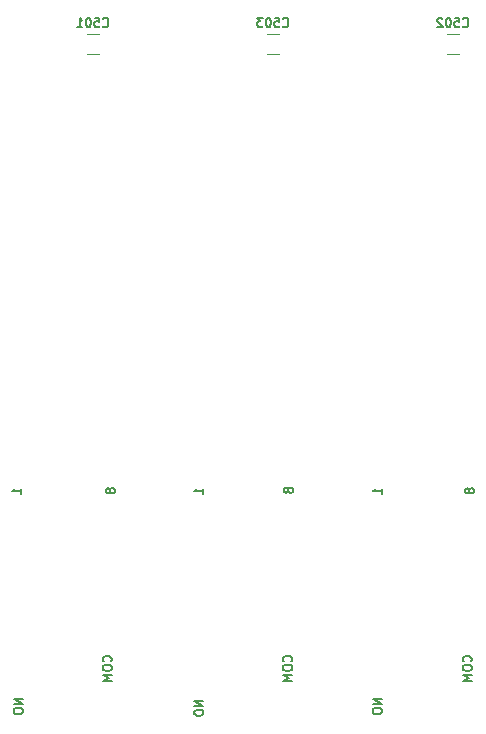
<source format=gbr>
G04 #@! TF.FileFunction,Legend,Bot*
%FSLAX46Y46*%
G04 Gerber Fmt 4.6, Leading zero omitted, Abs format (unit mm)*
G04 Created by KiCad (PCBNEW 4.0.0-rc1-stable) date 05/10/2017 19:38:19*
%MOMM*%
G01*
G04 APERTURE LIST*
%ADD10C,0.100000*%
%ADD11C,0.120000*%
%ADD12C,0.127000*%
G04 APERTURE END LIST*
D10*
D11*
X57640600Y-68644400D02*
X58640600Y-68644400D01*
X58640600Y-70344400D02*
X57640600Y-70344400D01*
X88120600Y-68644400D02*
X89120600Y-68644400D01*
X89120600Y-70344400D02*
X88120600Y-70344400D01*
X72880600Y-68644400D02*
X73880600Y-68644400D01*
X73880600Y-70344400D02*
X72880600Y-70344400D01*
D12*
X52194714Y-124983143D02*
X51432714Y-124983143D01*
X52194714Y-125418571D01*
X51432714Y-125418571D01*
X51432714Y-125926571D02*
X51432714Y-126071714D01*
X51469000Y-126144286D01*
X51541571Y-126216857D01*
X51686714Y-126253143D01*
X51940714Y-126253143D01*
X52085857Y-126216857D01*
X52158429Y-126144286D01*
X52194714Y-126071714D01*
X52194714Y-125926571D01*
X52158429Y-125854000D01*
X52085857Y-125781429D01*
X51940714Y-125745143D01*
X51686714Y-125745143D01*
X51541571Y-125781429D01*
X51469000Y-125854000D01*
X51432714Y-125926571D01*
X59672143Y-121801286D02*
X59708429Y-121765000D01*
X59744714Y-121656143D01*
X59744714Y-121583572D01*
X59708429Y-121474715D01*
X59635857Y-121402143D01*
X59563286Y-121365858D01*
X59418143Y-121329572D01*
X59309286Y-121329572D01*
X59164143Y-121365858D01*
X59091571Y-121402143D01*
X59019000Y-121474715D01*
X58982714Y-121583572D01*
X58982714Y-121656143D01*
X59019000Y-121765000D01*
X59055286Y-121801286D01*
X58982714Y-122273000D02*
X58982714Y-122418143D01*
X59019000Y-122490715D01*
X59091571Y-122563286D01*
X59236714Y-122599572D01*
X59490714Y-122599572D01*
X59635857Y-122563286D01*
X59708429Y-122490715D01*
X59744714Y-122418143D01*
X59744714Y-122273000D01*
X59708429Y-122200429D01*
X59635857Y-122127858D01*
X59490714Y-122091572D01*
X59236714Y-122091572D01*
X59091571Y-122127858D01*
X59019000Y-122200429D01*
X58982714Y-122273000D01*
X59744714Y-122926144D02*
X58982714Y-122926144D01*
X59527000Y-123180144D01*
X58982714Y-123434144D01*
X59744714Y-123434144D01*
X59559286Y-107277429D02*
X59523000Y-107204857D01*
X59486714Y-107168572D01*
X59414143Y-107132286D01*
X59377857Y-107132286D01*
X59305286Y-107168572D01*
X59269000Y-107204857D01*
X59232714Y-107277429D01*
X59232714Y-107422572D01*
X59269000Y-107495143D01*
X59305286Y-107531429D01*
X59377857Y-107567714D01*
X59414143Y-107567714D01*
X59486714Y-107531429D01*
X59523000Y-107495143D01*
X59559286Y-107422572D01*
X59559286Y-107277429D01*
X59595571Y-107204857D01*
X59631857Y-107168572D01*
X59704429Y-107132286D01*
X59849571Y-107132286D01*
X59922143Y-107168572D01*
X59958429Y-107204857D01*
X59994714Y-107277429D01*
X59994714Y-107422572D01*
X59958429Y-107495143D01*
X59922143Y-107531429D01*
X59849571Y-107567714D01*
X59704429Y-107567714D01*
X59631857Y-107531429D01*
X59595571Y-107495143D01*
X59559286Y-107422572D01*
X52094714Y-107617714D02*
X52094714Y-107182286D01*
X52094714Y-107400000D02*
X51332714Y-107400000D01*
X51441571Y-107327429D01*
X51514143Y-107254857D01*
X51550429Y-107182286D01*
X67494714Y-125133143D02*
X66732714Y-125133143D01*
X67494714Y-125568571D01*
X66732714Y-125568571D01*
X66732714Y-126076571D02*
X66732714Y-126221714D01*
X66769000Y-126294286D01*
X66841571Y-126366857D01*
X66986714Y-126403143D01*
X67240714Y-126403143D01*
X67385857Y-126366857D01*
X67458429Y-126294286D01*
X67494714Y-126221714D01*
X67494714Y-126076571D01*
X67458429Y-126004000D01*
X67385857Y-125931429D01*
X67240714Y-125895143D01*
X66986714Y-125895143D01*
X66841571Y-125931429D01*
X66769000Y-126004000D01*
X66732714Y-126076571D01*
X74932143Y-121801286D02*
X74968429Y-121765000D01*
X75004714Y-121656143D01*
X75004714Y-121583572D01*
X74968429Y-121474715D01*
X74895857Y-121402143D01*
X74823286Y-121365858D01*
X74678143Y-121329572D01*
X74569286Y-121329572D01*
X74424143Y-121365858D01*
X74351571Y-121402143D01*
X74279000Y-121474715D01*
X74242714Y-121583572D01*
X74242714Y-121656143D01*
X74279000Y-121765000D01*
X74315286Y-121801286D01*
X74242714Y-122273000D02*
X74242714Y-122418143D01*
X74279000Y-122490715D01*
X74351571Y-122563286D01*
X74496714Y-122599572D01*
X74750714Y-122599572D01*
X74895857Y-122563286D01*
X74968429Y-122490715D01*
X75004714Y-122418143D01*
X75004714Y-122273000D01*
X74968429Y-122200429D01*
X74895857Y-122127858D01*
X74750714Y-122091572D01*
X74496714Y-122091572D01*
X74351571Y-122127858D01*
X74279000Y-122200429D01*
X74242714Y-122273000D01*
X75004714Y-122926144D02*
X74242714Y-122926144D01*
X74787000Y-123180144D01*
X74242714Y-123434144D01*
X75004714Y-123434144D01*
X74659286Y-107227429D02*
X74623000Y-107154857D01*
X74586714Y-107118572D01*
X74514143Y-107082286D01*
X74477857Y-107082286D01*
X74405286Y-107118572D01*
X74369000Y-107154857D01*
X74332714Y-107227429D01*
X74332714Y-107372572D01*
X74369000Y-107445143D01*
X74405286Y-107481429D01*
X74477857Y-107517714D01*
X74514143Y-107517714D01*
X74586714Y-107481429D01*
X74623000Y-107445143D01*
X74659286Y-107372572D01*
X74659286Y-107227429D01*
X74695571Y-107154857D01*
X74731857Y-107118572D01*
X74804429Y-107082286D01*
X74949571Y-107082286D01*
X75022143Y-107118572D01*
X75058429Y-107154857D01*
X75094714Y-107227429D01*
X75094714Y-107372572D01*
X75058429Y-107445143D01*
X75022143Y-107481429D01*
X74949571Y-107517714D01*
X74804429Y-107517714D01*
X74731857Y-107481429D01*
X74695571Y-107445143D01*
X74659286Y-107372572D01*
X67494714Y-107617714D02*
X67494714Y-107182286D01*
X67494714Y-107400000D02*
X66732714Y-107400000D01*
X66841571Y-107327429D01*
X66914143Y-107254857D01*
X66950429Y-107182286D01*
X82594714Y-124983143D02*
X81832714Y-124983143D01*
X82594714Y-125418571D01*
X81832714Y-125418571D01*
X81832714Y-125926571D02*
X81832714Y-126071714D01*
X81869000Y-126144286D01*
X81941571Y-126216857D01*
X82086714Y-126253143D01*
X82340714Y-126253143D01*
X82485857Y-126216857D01*
X82558429Y-126144286D01*
X82594714Y-126071714D01*
X82594714Y-125926571D01*
X82558429Y-125854000D01*
X82485857Y-125781429D01*
X82340714Y-125745143D01*
X82086714Y-125745143D01*
X81941571Y-125781429D01*
X81869000Y-125854000D01*
X81832714Y-125926571D01*
X90152143Y-121801286D02*
X90188429Y-121765000D01*
X90224714Y-121656143D01*
X90224714Y-121583572D01*
X90188429Y-121474715D01*
X90115857Y-121402143D01*
X90043286Y-121365858D01*
X89898143Y-121329572D01*
X89789286Y-121329572D01*
X89644143Y-121365858D01*
X89571571Y-121402143D01*
X89499000Y-121474715D01*
X89462714Y-121583572D01*
X89462714Y-121656143D01*
X89499000Y-121765000D01*
X89535286Y-121801286D01*
X89462714Y-122273000D02*
X89462714Y-122418143D01*
X89499000Y-122490715D01*
X89571571Y-122563286D01*
X89716714Y-122599572D01*
X89970714Y-122599572D01*
X90115857Y-122563286D01*
X90188429Y-122490715D01*
X90224714Y-122418143D01*
X90224714Y-122273000D01*
X90188429Y-122200429D01*
X90115857Y-122127858D01*
X89970714Y-122091572D01*
X89716714Y-122091572D01*
X89571571Y-122127858D01*
X89499000Y-122200429D01*
X89462714Y-122273000D01*
X90224714Y-122926144D02*
X89462714Y-122926144D01*
X90007000Y-123180144D01*
X89462714Y-123434144D01*
X90224714Y-123434144D01*
X90009286Y-107277429D02*
X89973000Y-107204857D01*
X89936714Y-107168572D01*
X89864143Y-107132286D01*
X89827857Y-107132286D01*
X89755286Y-107168572D01*
X89719000Y-107204857D01*
X89682714Y-107277429D01*
X89682714Y-107422572D01*
X89719000Y-107495143D01*
X89755286Y-107531429D01*
X89827857Y-107567714D01*
X89864143Y-107567714D01*
X89936714Y-107531429D01*
X89973000Y-107495143D01*
X90009286Y-107422572D01*
X90009286Y-107277429D01*
X90045571Y-107204857D01*
X90081857Y-107168572D01*
X90154429Y-107132286D01*
X90299571Y-107132286D01*
X90372143Y-107168572D01*
X90408429Y-107204857D01*
X90444714Y-107277429D01*
X90444714Y-107422572D01*
X90408429Y-107495143D01*
X90372143Y-107531429D01*
X90299571Y-107567714D01*
X90154429Y-107567714D01*
X90081857Y-107531429D01*
X90045571Y-107495143D01*
X90009286Y-107422572D01*
X82594714Y-107617714D02*
X82594714Y-107182286D01*
X82594714Y-107400000D02*
X81832714Y-107400000D01*
X81941571Y-107327429D01*
X82014143Y-107254857D01*
X82050429Y-107182286D01*
X58993314Y-68016543D02*
X59029600Y-68052829D01*
X59138457Y-68089114D01*
X59211028Y-68089114D01*
X59319885Y-68052829D01*
X59392457Y-67980257D01*
X59428742Y-67907686D01*
X59465028Y-67762543D01*
X59465028Y-67653686D01*
X59428742Y-67508543D01*
X59392457Y-67435971D01*
X59319885Y-67363400D01*
X59211028Y-67327114D01*
X59138457Y-67327114D01*
X59029600Y-67363400D01*
X58993314Y-67399686D01*
X58303885Y-67327114D02*
X58666742Y-67327114D01*
X58703028Y-67689971D01*
X58666742Y-67653686D01*
X58594171Y-67617400D01*
X58412742Y-67617400D01*
X58340171Y-67653686D01*
X58303885Y-67689971D01*
X58267600Y-67762543D01*
X58267600Y-67943971D01*
X58303885Y-68016543D01*
X58340171Y-68052829D01*
X58412742Y-68089114D01*
X58594171Y-68089114D01*
X58666742Y-68052829D01*
X58703028Y-68016543D01*
X57795886Y-67327114D02*
X57723314Y-67327114D01*
X57650743Y-67363400D01*
X57614457Y-67399686D01*
X57578171Y-67472257D01*
X57541886Y-67617400D01*
X57541886Y-67798829D01*
X57578171Y-67943971D01*
X57614457Y-68016543D01*
X57650743Y-68052829D01*
X57723314Y-68089114D01*
X57795886Y-68089114D01*
X57868457Y-68052829D01*
X57904743Y-68016543D01*
X57941028Y-67943971D01*
X57977314Y-67798829D01*
X57977314Y-67617400D01*
X57941028Y-67472257D01*
X57904743Y-67399686D01*
X57868457Y-67363400D01*
X57795886Y-67327114D01*
X56816172Y-68089114D02*
X57251600Y-68089114D01*
X57033886Y-68089114D02*
X57033886Y-67327114D01*
X57106457Y-67435971D01*
X57179029Y-67508543D01*
X57251600Y-67544829D01*
X89473314Y-68016543D02*
X89509600Y-68052829D01*
X89618457Y-68089114D01*
X89691028Y-68089114D01*
X89799885Y-68052829D01*
X89872457Y-67980257D01*
X89908742Y-67907686D01*
X89945028Y-67762543D01*
X89945028Y-67653686D01*
X89908742Y-67508543D01*
X89872457Y-67435971D01*
X89799885Y-67363400D01*
X89691028Y-67327114D01*
X89618457Y-67327114D01*
X89509600Y-67363400D01*
X89473314Y-67399686D01*
X88783885Y-67327114D02*
X89146742Y-67327114D01*
X89183028Y-67689971D01*
X89146742Y-67653686D01*
X89074171Y-67617400D01*
X88892742Y-67617400D01*
X88820171Y-67653686D01*
X88783885Y-67689971D01*
X88747600Y-67762543D01*
X88747600Y-67943971D01*
X88783885Y-68016543D01*
X88820171Y-68052829D01*
X88892742Y-68089114D01*
X89074171Y-68089114D01*
X89146742Y-68052829D01*
X89183028Y-68016543D01*
X88275886Y-67327114D02*
X88203314Y-67327114D01*
X88130743Y-67363400D01*
X88094457Y-67399686D01*
X88058171Y-67472257D01*
X88021886Y-67617400D01*
X88021886Y-67798829D01*
X88058171Y-67943971D01*
X88094457Y-68016543D01*
X88130743Y-68052829D01*
X88203314Y-68089114D01*
X88275886Y-68089114D01*
X88348457Y-68052829D01*
X88384743Y-68016543D01*
X88421028Y-67943971D01*
X88457314Y-67798829D01*
X88457314Y-67617400D01*
X88421028Y-67472257D01*
X88384743Y-67399686D01*
X88348457Y-67363400D01*
X88275886Y-67327114D01*
X87731600Y-67399686D02*
X87695314Y-67363400D01*
X87622743Y-67327114D01*
X87441314Y-67327114D01*
X87368743Y-67363400D01*
X87332457Y-67399686D01*
X87296172Y-67472257D01*
X87296172Y-67544829D01*
X87332457Y-67653686D01*
X87767886Y-68089114D01*
X87296172Y-68089114D01*
X74233314Y-68016543D02*
X74269600Y-68052829D01*
X74378457Y-68089114D01*
X74451028Y-68089114D01*
X74559885Y-68052829D01*
X74632457Y-67980257D01*
X74668742Y-67907686D01*
X74705028Y-67762543D01*
X74705028Y-67653686D01*
X74668742Y-67508543D01*
X74632457Y-67435971D01*
X74559885Y-67363400D01*
X74451028Y-67327114D01*
X74378457Y-67327114D01*
X74269600Y-67363400D01*
X74233314Y-67399686D01*
X73543885Y-67327114D02*
X73906742Y-67327114D01*
X73943028Y-67689971D01*
X73906742Y-67653686D01*
X73834171Y-67617400D01*
X73652742Y-67617400D01*
X73580171Y-67653686D01*
X73543885Y-67689971D01*
X73507600Y-67762543D01*
X73507600Y-67943971D01*
X73543885Y-68016543D01*
X73580171Y-68052829D01*
X73652742Y-68089114D01*
X73834171Y-68089114D01*
X73906742Y-68052829D01*
X73943028Y-68016543D01*
X73035886Y-67327114D02*
X72963314Y-67327114D01*
X72890743Y-67363400D01*
X72854457Y-67399686D01*
X72818171Y-67472257D01*
X72781886Y-67617400D01*
X72781886Y-67798829D01*
X72818171Y-67943971D01*
X72854457Y-68016543D01*
X72890743Y-68052829D01*
X72963314Y-68089114D01*
X73035886Y-68089114D01*
X73108457Y-68052829D01*
X73144743Y-68016543D01*
X73181028Y-67943971D01*
X73217314Y-67798829D01*
X73217314Y-67617400D01*
X73181028Y-67472257D01*
X73144743Y-67399686D01*
X73108457Y-67363400D01*
X73035886Y-67327114D01*
X72527886Y-67327114D02*
X72056172Y-67327114D01*
X72310172Y-67617400D01*
X72201314Y-67617400D01*
X72128743Y-67653686D01*
X72092457Y-67689971D01*
X72056172Y-67762543D01*
X72056172Y-67943971D01*
X72092457Y-68016543D01*
X72128743Y-68052829D01*
X72201314Y-68089114D01*
X72419029Y-68089114D01*
X72491600Y-68052829D01*
X72527886Y-68016543D01*
M02*

</source>
